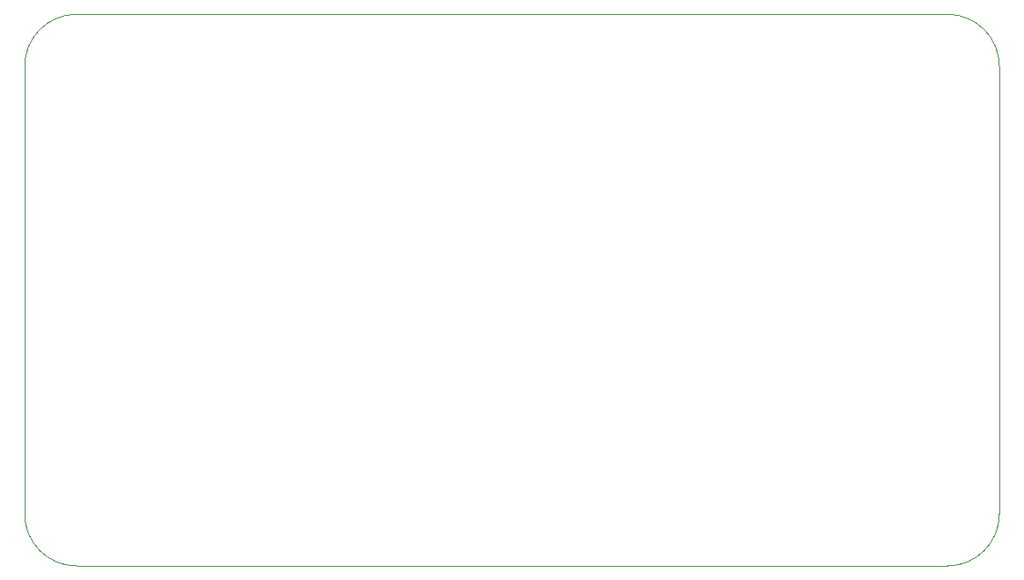
<source format=gm1>
%TF.GenerationSoftware,KiCad,Pcbnew,8.0.4*%
%TF.CreationDate,2024-08-23T17:26:40+08:00*%
%TF.ProjectId,UINIO-MCU-HC32F460PETB,55494e49-4f2d-44d4-9355-2d4843333246,Version 1.0.0*%
%TF.SameCoordinates,PX71f45d0PY4ce7800*%
%TF.FileFunction,Profile,NP*%
%FSLAX46Y46*%
G04 Gerber Fmt 4.6, Leading zero omitted, Abs format (unit mm)*
G04 Created by KiCad (PCBNEW 8.0.4) date 2024-08-23 17:26:40*
%MOMM*%
%LPD*%
G01*
G04 APERTURE LIST*
%TA.AperFunction,Profile*%
%ADD10C,0.050000*%
%TD*%
G04 APERTURE END LIST*
D10*
X-9940000Y6090000D02*
X73790000Y6090000D01*
X78790000Y1090000D02*
X78790000Y-41980000D01*
X-14940000Y-41980000D02*
X-14940000Y1090000D01*
X-9940000Y-46980000D02*
G75*
G02*
X-14940000Y-41980000I0J5000000D01*
G01*
X-14940000Y1090000D02*
G75*
G02*
X-9940000Y6090000I5000000J0D01*
G01*
X78790000Y-41980000D02*
G75*
G02*
X73790000Y-46980000I-5000000J0D01*
G01*
X73790000Y-46980000D02*
X-9940000Y-46980000D01*
X73790000Y6090000D02*
G75*
G02*
X78790000Y1090000I0J-5000000D01*
G01*
M02*

</source>
